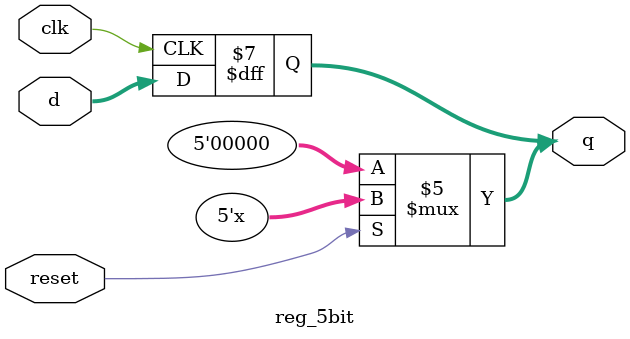
<source format=v>
module reg_5bit(q,d,clk,reset);
    output [4:0] q;
    input [4:0] d;
    input clk;
    input reset;
reg[4:0] q;
always @ (posedge clk)
q=d;
always @ (reset)
begin
if (!reset)
q=5'b00000;
end
endmodule
</source>
